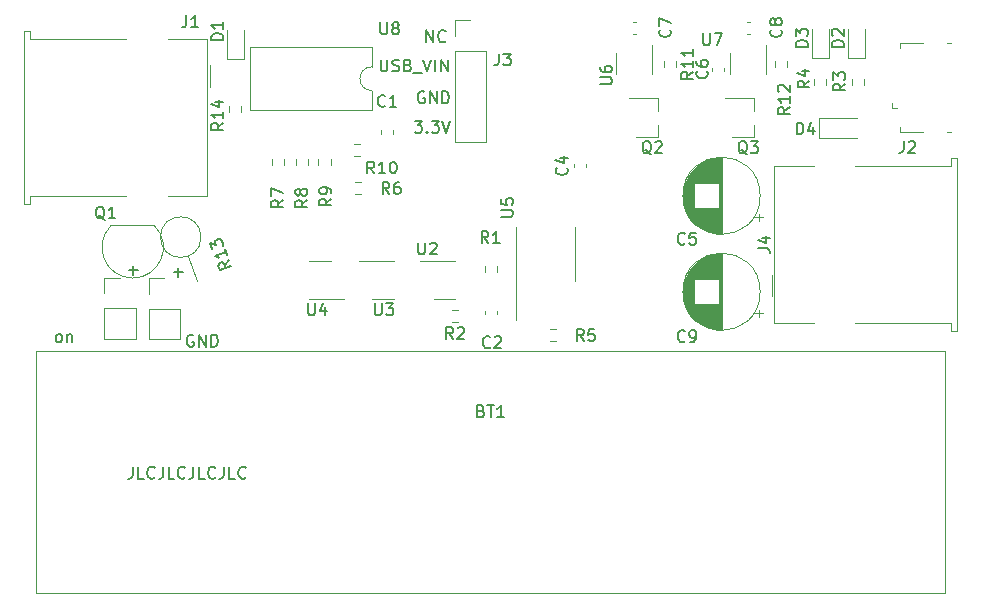
<source format=gbr>
%TF.GenerationSoftware,KiCad,Pcbnew,(5.99.0-12305-g62f7a09290)*%
%TF.CreationDate,2021-10-11T18:46:27-07:00*%
%TF.ProjectId,vive_ups,76697665-5f75-4707-932e-6b696361645f,rev?*%
%TF.SameCoordinates,Original*%
%TF.FileFunction,Legend,Top*%
%TF.FilePolarity,Positive*%
%FSLAX46Y46*%
G04 Gerber Fmt 4.6, Leading zero omitted, Abs format (unit mm)*
G04 Created by KiCad (PCBNEW (5.99.0-12305-g62f7a09290)) date 2021-10-11 18:46:27*
%MOMM*%
%LPD*%
G01*
G04 APERTURE LIST*
%ADD10C,0.150000*%
%ADD11C,0.120000*%
G04 APERTURE END LIST*
D10*
X77978095Y-121547000D02*
X77882857Y-121499380D01*
X77740000Y-121499380D01*
X77597142Y-121547000D01*
X77501904Y-121642238D01*
X77454285Y-121737476D01*
X77406666Y-121927952D01*
X77406666Y-122070809D01*
X77454285Y-122261285D01*
X77501904Y-122356523D01*
X77597142Y-122451761D01*
X77740000Y-122499380D01*
X77835238Y-122499380D01*
X77978095Y-122451761D01*
X78025714Y-122404142D01*
X78025714Y-122070809D01*
X77835238Y-122070809D01*
X78454285Y-122499380D02*
X78454285Y-121499380D01*
X79025714Y-122499380D01*
X79025714Y-121499380D01*
X79501904Y-122499380D02*
X79501904Y-121499380D01*
X79740000Y-121499380D01*
X79882857Y-121547000D01*
X79978095Y-121642238D01*
X80025714Y-121737476D01*
X80073333Y-121927952D01*
X80073333Y-122070809D01*
X80025714Y-122261285D01*
X79978095Y-122356523D01*
X79882857Y-122451761D01*
X79740000Y-122499380D01*
X79501904Y-122499380D01*
X97715485Y-96718380D02*
X97715485Y-95718380D01*
X98286914Y-96718380D01*
X98286914Y-95718380D01*
X99334533Y-96623142D02*
X99286914Y-96670761D01*
X99144057Y-96718380D01*
X99048819Y-96718380D01*
X98905961Y-96670761D01*
X98810723Y-96575523D01*
X98763104Y-96480285D01*
X98715485Y-96289809D01*
X98715485Y-96146952D01*
X98763104Y-95956476D01*
X98810723Y-95861238D01*
X98905961Y-95766000D01*
X99048819Y-95718380D01*
X99144057Y-95718380D01*
X99286914Y-95766000D01*
X99334533Y-95813619D01*
X93839066Y-98207580D02*
X93839066Y-99017104D01*
X93886685Y-99112342D01*
X93934304Y-99159961D01*
X94029542Y-99207580D01*
X94220019Y-99207580D01*
X94315257Y-99159961D01*
X94362876Y-99112342D01*
X94410495Y-99017104D01*
X94410495Y-98207580D01*
X94839066Y-99159961D02*
X94981923Y-99207580D01*
X95220019Y-99207580D01*
X95315257Y-99159961D01*
X95362876Y-99112342D01*
X95410495Y-99017104D01*
X95410495Y-98921866D01*
X95362876Y-98826628D01*
X95315257Y-98779009D01*
X95220019Y-98731390D01*
X95029542Y-98683771D01*
X94934304Y-98636152D01*
X94886685Y-98588533D01*
X94839066Y-98493295D01*
X94839066Y-98398057D01*
X94886685Y-98302819D01*
X94934304Y-98255200D01*
X95029542Y-98207580D01*
X95267638Y-98207580D01*
X95410495Y-98255200D01*
X96172400Y-98683771D02*
X96315257Y-98731390D01*
X96362876Y-98779009D01*
X96410495Y-98874247D01*
X96410495Y-99017104D01*
X96362876Y-99112342D01*
X96315257Y-99159961D01*
X96220019Y-99207580D01*
X95839066Y-99207580D01*
X95839066Y-98207580D01*
X96172400Y-98207580D01*
X96267638Y-98255200D01*
X96315257Y-98302819D01*
X96362876Y-98398057D01*
X96362876Y-98493295D01*
X96315257Y-98588533D01*
X96267638Y-98636152D01*
X96172400Y-98683771D01*
X95839066Y-98683771D01*
X96600971Y-99302819D02*
X97362876Y-99302819D01*
X97458114Y-98207580D02*
X97791447Y-99207580D01*
X98124780Y-98207580D01*
X98458114Y-99207580D02*
X98458114Y-98207580D01*
X98934304Y-99207580D02*
X98934304Y-98207580D01*
X99505733Y-99207580D01*
X99505733Y-98207580D01*
X97536095Y-100947600D02*
X97440857Y-100899980D01*
X97298000Y-100899980D01*
X97155142Y-100947600D01*
X97059904Y-101042838D01*
X97012285Y-101138076D01*
X96964666Y-101328552D01*
X96964666Y-101471409D01*
X97012285Y-101661885D01*
X97059904Y-101757123D01*
X97155142Y-101852361D01*
X97298000Y-101899980D01*
X97393238Y-101899980D01*
X97536095Y-101852361D01*
X97583714Y-101804742D01*
X97583714Y-101471409D01*
X97393238Y-101471409D01*
X98012285Y-101899980D02*
X98012285Y-100899980D01*
X98583714Y-101899980D01*
X98583714Y-100899980D01*
X99059904Y-101899980D02*
X99059904Y-100899980D01*
X99298000Y-100899980D01*
X99440857Y-100947600D01*
X99536095Y-101042838D01*
X99583714Y-101138076D01*
X99631333Y-101328552D01*
X99631333Y-101471409D01*
X99583714Y-101661885D01*
X99536095Y-101757123D01*
X99440857Y-101852361D01*
X99298000Y-101899980D01*
X99059904Y-101899980D01*
X96720209Y-103389180D02*
X97339257Y-103389180D01*
X97005923Y-103770133D01*
X97148780Y-103770133D01*
X97244019Y-103817752D01*
X97291638Y-103865371D01*
X97339257Y-103960609D01*
X97339257Y-104198704D01*
X97291638Y-104293942D01*
X97244019Y-104341561D01*
X97148780Y-104389180D01*
X96863066Y-104389180D01*
X96767828Y-104341561D01*
X96720209Y-104293942D01*
X97767828Y-104293942D02*
X97815447Y-104341561D01*
X97767828Y-104389180D01*
X97720209Y-104341561D01*
X97767828Y-104293942D01*
X97767828Y-104389180D01*
X98148780Y-103389180D02*
X98767828Y-103389180D01*
X98434495Y-103770133D01*
X98577352Y-103770133D01*
X98672590Y-103817752D01*
X98720209Y-103865371D01*
X98767828Y-103960609D01*
X98767828Y-104198704D01*
X98720209Y-104293942D01*
X98672590Y-104341561D01*
X98577352Y-104389180D01*
X98291638Y-104389180D01*
X98196400Y-104341561D01*
X98148780Y-104293942D01*
X99053542Y-103389180D02*
X99386876Y-104389180D01*
X99720209Y-103389180D01*
X72517047Y-116022428D02*
X73278952Y-116022428D01*
X72898000Y-116403380D02*
X72898000Y-115641476D01*
X76327047Y-116200228D02*
X77088952Y-116200228D01*
X76708000Y-116581180D02*
X76708000Y-115819276D01*
X66532190Y-122118380D02*
X66436952Y-122070761D01*
X66389333Y-122023142D01*
X66341714Y-121927904D01*
X66341714Y-121642190D01*
X66389333Y-121546952D01*
X66436952Y-121499333D01*
X66532190Y-121451714D01*
X66675047Y-121451714D01*
X66770285Y-121499333D01*
X66817904Y-121546952D01*
X66865523Y-121642190D01*
X66865523Y-121927904D01*
X66817904Y-122023142D01*
X66770285Y-122070761D01*
X66675047Y-122118380D01*
X66532190Y-122118380D01*
X67294095Y-121451714D02*
X67294095Y-122118380D01*
X67294095Y-121546952D02*
X67341714Y-121499333D01*
X67436952Y-121451714D01*
X67579809Y-121451714D01*
X67675047Y-121499333D01*
X67722666Y-121594571D01*
X67722666Y-122118380D01*
X72850952Y-132675380D02*
X72850952Y-133389666D01*
X72803333Y-133532523D01*
X72708095Y-133627761D01*
X72565238Y-133675380D01*
X72470000Y-133675380D01*
X73803333Y-133675380D02*
X73327142Y-133675380D01*
X73327142Y-132675380D01*
X74708095Y-133580142D02*
X74660476Y-133627761D01*
X74517619Y-133675380D01*
X74422380Y-133675380D01*
X74279523Y-133627761D01*
X74184285Y-133532523D01*
X74136666Y-133437285D01*
X74089047Y-133246809D01*
X74089047Y-133103952D01*
X74136666Y-132913476D01*
X74184285Y-132818238D01*
X74279523Y-132723000D01*
X74422380Y-132675380D01*
X74517619Y-132675380D01*
X74660476Y-132723000D01*
X74708095Y-132770619D01*
X75422380Y-132675380D02*
X75422380Y-133389666D01*
X75374761Y-133532523D01*
X75279523Y-133627761D01*
X75136666Y-133675380D01*
X75041428Y-133675380D01*
X76374761Y-133675380D02*
X75898571Y-133675380D01*
X75898571Y-132675380D01*
X77279523Y-133580142D02*
X77231904Y-133627761D01*
X77089047Y-133675380D01*
X76993809Y-133675380D01*
X76850952Y-133627761D01*
X76755714Y-133532523D01*
X76708095Y-133437285D01*
X76660476Y-133246809D01*
X76660476Y-133103952D01*
X76708095Y-132913476D01*
X76755714Y-132818238D01*
X76850952Y-132723000D01*
X76993809Y-132675380D01*
X77089047Y-132675380D01*
X77231904Y-132723000D01*
X77279523Y-132770619D01*
X77993809Y-132675380D02*
X77993809Y-133389666D01*
X77946190Y-133532523D01*
X77850952Y-133627761D01*
X77708095Y-133675380D01*
X77612857Y-133675380D01*
X78946190Y-133675380D02*
X78470000Y-133675380D01*
X78470000Y-132675380D01*
X79850952Y-133580142D02*
X79803333Y-133627761D01*
X79660476Y-133675380D01*
X79565238Y-133675380D01*
X79422380Y-133627761D01*
X79327142Y-133532523D01*
X79279523Y-133437285D01*
X79231904Y-133246809D01*
X79231904Y-133103952D01*
X79279523Y-132913476D01*
X79327142Y-132818238D01*
X79422380Y-132723000D01*
X79565238Y-132675380D01*
X79660476Y-132675380D01*
X79803333Y-132723000D01*
X79850952Y-132770619D01*
X80565238Y-132675380D02*
X80565238Y-133389666D01*
X80517619Y-133532523D01*
X80422380Y-133627761D01*
X80279523Y-133675380D01*
X80184285Y-133675380D01*
X81517619Y-133675380D02*
X81041428Y-133675380D01*
X81041428Y-132675380D01*
X82422380Y-133580142D02*
X82374761Y-133627761D01*
X82231904Y-133675380D01*
X82136666Y-133675380D01*
X81993809Y-133627761D01*
X81898571Y-133532523D01*
X81850952Y-133437285D01*
X81803333Y-133246809D01*
X81803333Y-133103952D01*
X81850952Y-132913476D01*
X81898571Y-132818238D01*
X81993809Y-132723000D01*
X82136666Y-132675380D01*
X82231904Y-132675380D01*
X82374761Y-132723000D01*
X82422380Y-132770619D01*
%TO.C,Q1*%
X70465961Y-111748819D02*
X70370723Y-111701200D01*
X70275485Y-111605961D01*
X70132628Y-111463104D01*
X70037390Y-111415485D01*
X69942152Y-111415485D01*
X69989771Y-111653580D02*
X69894533Y-111605961D01*
X69799295Y-111510723D01*
X69751676Y-111320247D01*
X69751676Y-110986914D01*
X69799295Y-110796438D01*
X69894533Y-110701200D01*
X69989771Y-110653580D01*
X70180247Y-110653580D01*
X70275485Y-110701200D01*
X70370723Y-110796438D01*
X70418342Y-110986914D01*
X70418342Y-111320247D01*
X70370723Y-111510723D01*
X70275485Y-111605961D01*
X70180247Y-111653580D01*
X69989771Y-111653580D01*
X71370723Y-111653580D02*
X70799295Y-111653580D01*
X71085009Y-111653580D02*
X71085009Y-110653580D01*
X70989771Y-110796438D01*
X70894533Y-110891676D01*
X70799295Y-110939295D01*
%TO.C,R13*%
X80980864Y-115139088D02*
X80647398Y-115615186D01*
X81176304Y-115676055D02*
X80236611Y-116018076D01*
X80106318Y-115660097D01*
X80118492Y-115554316D01*
X80146952Y-115493282D01*
X80220160Y-115415962D01*
X80354402Y-115367102D01*
X80460183Y-115379276D01*
X80521217Y-115407736D01*
X80598538Y-115480944D01*
X80728831Y-115838922D01*
X80655130Y-114244143D02*
X80850570Y-114781110D01*
X80752850Y-114512626D02*
X79813158Y-114854647D01*
X79979973Y-114895281D01*
X80102041Y-114952202D01*
X80179361Y-115025410D01*
X79601431Y-114272932D02*
X79389704Y-113691218D01*
X79861689Y-113874155D01*
X79812829Y-113739913D01*
X79825003Y-113634132D01*
X79853463Y-113573098D01*
X79926671Y-113495778D01*
X80150408Y-113414344D01*
X80256189Y-113426518D01*
X80317223Y-113454979D01*
X80394543Y-113528187D01*
X80492263Y-113796670D01*
X80480090Y-113902451D01*
X80451629Y-113963485D01*
%TO.C,C1*%
X94219733Y-102109542D02*
X94172114Y-102157161D01*
X94029257Y-102204780D01*
X93934019Y-102204780D01*
X93791161Y-102157161D01*
X93695923Y-102061923D01*
X93648304Y-101966685D01*
X93600685Y-101776209D01*
X93600685Y-101633352D01*
X93648304Y-101442876D01*
X93695923Y-101347638D01*
X93791161Y-101252400D01*
X93934019Y-101204780D01*
X94029257Y-101204780D01*
X94172114Y-101252400D01*
X94219733Y-101300019D01*
X95172114Y-102204780D02*
X94600685Y-102204780D01*
X94886400Y-102204780D02*
X94886400Y-101204780D01*
X94791161Y-101347638D01*
X94695923Y-101442876D01*
X94600685Y-101490495D01*
%TO.C,J3*%
X103857466Y-97699580D02*
X103857466Y-98413866D01*
X103809847Y-98556723D01*
X103714609Y-98651961D01*
X103571752Y-98699580D01*
X103476514Y-98699580D01*
X104238419Y-97699580D02*
X104857466Y-97699580D01*
X104524133Y-98080533D01*
X104666990Y-98080533D01*
X104762228Y-98128152D01*
X104809847Y-98175771D01*
X104857466Y-98271009D01*
X104857466Y-98509104D01*
X104809847Y-98604342D01*
X104762228Y-98651961D01*
X104666990Y-98699580D01*
X104381276Y-98699580D01*
X104286038Y-98651961D01*
X104238419Y-98604342D01*
%TO.C,R14*%
X80513180Y-103563657D02*
X80036990Y-103896990D01*
X80513180Y-104135085D02*
X79513180Y-104135085D01*
X79513180Y-103754133D01*
X79560800Y-103658895D01*
X79608419Y-103611276D01*
X79703657Y-103563657D01*
X79846514Y-103563657D01*
X79941752Y-103611276D01*
X79989371Y-103658895D01*
X80036990Y-103754133D01*
X80036990Y-104135085D01*
X80513180Y-102611276D02*
X80513180Y-103182704D01*
X80513180Y-102896990D02*
X79513180Y-102896990D01*
X79656038Y-102992228D01*
X79751276Y-103087466D01*
X79798895Y-103182704D01*
X79846514Y-101754133D02*
X80513180Y-101754133D01*
X79465561Y-101992228D02*
X80179847Y-102230323D01*
X80179847Y-101611276D01*
%TO.C,D4*%
X129055904Y-104541580D02*
X129055904Y-103541580D01*
X129294000Y-103541580D01*
X129436857Y-103589200D01*
X129532095Y-103684438D01*
X129579714Y-103779676D01*
X129627333Y-103970152D01*
X129627333Y-104113009D01*
X129579714Y-104303485D01*
X129532095Y-104398723D01*
X129436857Y-104493961D01*
X129294000Y-104541580D01*
X129055904Y-104541580D01*
X130484476Y-103874914D02*
X130484476Y-104541580D01*
X130246380Y-103493961D02*
X130008285Y-104208247D01*
X130627333Y-104208247D01*
%TO.C,D1*%
X80513180Y-96546895D02*
X79513180Y-96546895D01*
X79513180Y-96308800D01*
X79560800Y-96165942D01*
X79656038Y-96070704D01*
X79751276Y-96023085D01*
X79941752Y-95975466D01*
X80084609Y-95975466D01*
X80275085Y-96023085D01*
X80370323Y-96070704D01*
X80465561Y-96165942D01*
X80513180Y-96308800D01*
X80513180Y-96546895D01*
X80513180Y-95023085D02*
X80513180Y-95594514D01*
X80513180Y-95308800D02*
X79513180Y-95308800D01*
X79656038Y-95404038D01*
X79751276Y-95499276D01*
X79798895Y-95594514D01*
%TO.C,U5*%
X104035380Y-111505904D02*
X104844904Y-111505904D01*
X104940142Y-111458285D01*
X104987761Y-111410666D01*
X105035380Y-111315428D01*
X105035380Y-111124952D01*
X104987761Y-111029714D01*
X104940142Y-110982095D01*
X104844904Y-110934476D01*
X104035380Y-110934476D01*
X104035380Y-109982095D02*
X104035380Y-110458285D01*
X104511571Y-110505904D01*
X104463952Y-110458285D01*
X104416333Y-110363047D01*
X104416333Y-110124952D01*
X104463952Y-110029714D01*
X104511571Y-109982095D01*
X104606809Y-109934476D01*
X104844904Y-109934476D01*
X104940142Y-109982095D01*
X104987761Y-110029714D01*
X105035380Y-110124952D01*
X105035380Y-110363047D01*
X104987761Y-110458285D01*
X104940142Y-110505904D01*
%TO.C,C5*%
X119594333Y-113768142D02*
X119546714Y-113815761D01*
X119403857Y-113863380D01*
X119308619Y-113863380D01*
X119165761Y-113815761D01*
X119070523Y-113720523D01*
X119022904Y-113625285D01*
X118975285Y-113434809D01*
X118975285Y-113291952D01*
X119022904Y-113101476D01*
X119070523Y-113006238D01*
X119165761Y-112911000D01*
X119308619Y-112863380D01*
X119403857Y-112863380D01*
X119546714Y-112911000D01*
X119594333Y-112958619D01*
X120499095Y-112863380D02*
X120022904Y-112863380D01*
X119975285Y-113339571D01*
X120022904Y-113291952D01*
X120118142Y-113244333D01*
X120356238Y-113244333D01*
X120451476Y-113291952D01*
X120499095Y-113339571D01*
X120546714Y-113434809D01*
X120546714Y-113672904D01*
X120499095Y-113768142D01*
X120451476Y-113815761D01*
X120356238Y-113863380D01*
X120118142Y-113863380D01*
X120022904Y-113815761D01*
X119975285Y-113768142D01*
%TO.C,R10*%
X93286342Y-107843580D02*
X92953009Y-107367390D01*
X92714914Y-107843580D02*
X92714914Y-106843580D01*
X93095866Y-106843580D01*
X93191104Y-106891200D01*
X93238723Y-106938819D01*
X93286342Y-107034057D01*
X93286342Y-107176914D01*
X93238723Y-107272152D01*
X93191104Y-107319771D01*
X93095866Y-107367390D01*
X92714914Y-107367390D01*
X94238723Y-107843580D02*
X93667295Y-107843580D01*
X93953009Y-107843580D02*
X93953009Y-106843580D01*
X93857771Y-106986438D01*
X93762533Y-107081676D01*
X93667295Y-107129295D01*
X94857771Y-106843580D02*
X94953009Y-106843580D01*
X95048247Y-106891200D01*
X95095866Y-106938819D01*
X95143485Y-107034057D01*
X95191104Y-107224533D01*
X95191104Y-107462628D01*
X95143485Y-107653104D01*
X95095866Y-107748342D01*
X95048247Y-107795961D01*
X94953009Y-107843580D01*
X94857771Y-107843580D01*
X94762533Y-107795961D01*
X94714914Y-107748342D01*
X94667295Y-107653104D01*
X94619676Y-107462628D01*
X94619676Y-107224533D01*
X94667295Y-107034057D01*
X94714914Y-106938819D01*
X94762533Y-106891200D01*
X94857771Y-106843580D01*
%TO.C,J2*%
X138122066Y-105090980D02*
X138122066Y-105805266D01*
X138074447Y-105948123D01*
X137979209Y-106043361D01*
X137836352Y-106090980D01*
X137741114Y-106090980D01*
X138550638Y-105186219D02*
X138598257Y-105138600D01*
X138693495Y-105090980D01*
X138931590Y-105090980D01*
X139026828Y-105138600D01*
X139074447Y-105186219D01*
X139122066Y-105281457D01*
X139122066Y-105376695D01*
X139074447Y-105519552D01*
X138503019Y-106090980D01*
X139122066Y-106090980D01*
%TO.C,BT1*%
X102338285Y-127944571D02*
X102481142Y-127992190D01*
X102528761Y-128039809D01*
X102576380Y-128135047D01*
X102576380Y-128277904D01*
X102528761Y-128373142D01*
X102481142Y-128420761D01*
X102385904Y-128468380D01*
X102004952Y-128468380D01*
X102004952Y-127468380D01*
X102338285Y-127468380D01*
X102433523Y-127516000D01*
X102481142Y-127563619D01*
X102528761Y-127658857D01*
X102528761Y-127754095D01*
X102481142Y-127849333D01*
X102433523Y-127896952D01*
X102338285Y-127944571D01*
X102004952Y-127944571D01*
X102862095Y-127468380D02*
X103433523Y-127468380D01*
X103147809Y-128468380D02*
X103147809Y-127468380D01*
X104290666Y-128468380D02*
X103719238Y-128468380D01*
X104004952Y-128468380D02*
X104004952Y-127468380D01*
X103909714Y-127611238D01*
X103814476Y-127706476D01*
X103719238Y-127754095D01*
%TO.C,C9*%
X119594333Y-122023142D02*
X119546714Y-122070761D01*
X119403857Y-122118380D01*
X119308619Y-122118380D01*
X119165761Y-122070761D01*
X119070523Y-121975523D01*
X119022904Y-121880285D01*
X118975285Y-121689809D01*
X118975285Y-121546952D01*
X119022904Y-121356476D01*
X119070523Y-121261238D01*
X119165761Y-121166000D01*
X119308619Y-121118380D01*
X119403857Y-121118380D01*
X119546714Y-121166000D01*
X119594333Y-121213619D01*
X120070523Y-122118380D02*
X120261000Y-122118380D01*
X120356238Y-122070761D01*
X120403857Y-122023142D01*
X120499095Y-121880285D01*
X120546714Y-121689809D01*
X120546714Y-121308857D01*
X120499095Y-121213619D01*
X120451476Y-121166000D01*
X120356238Y-121118380D01*
X120165761Y-121118380D01*
X120070523Y-121166000D01*
X120022904Y-121213619D01*
X119975285Y-121308857D01*
X119975285Y-121546952D01*
X120022904Y-121642190D01*
X120070523Y-121689809D01*
X120165761Y-121737428D01*
X120356238Y-121737428D01*
X120451476Y-121689809D01*
X120499095Y-121642190D01*
X120546714Y-121546952D01*
%TO.C,U2*%
X97028095Y-113701580D02*
X97028095Y-114511104D01*
X97075714Y-114606342D01*
X97123333Y-114653961D01*
X97218571Y-114701580D01*
X97409047Y-114701580D01*
X97504285Y-114653961D01*
X97551904Y-114606342D01*
X97599523Y-114511104D01*
X97599523Y-113701580D01*
X98028095Y-113796819D02*
X98075714Y-113749200D01*
X98170952Y-113701580D01*
X98409047Y-113701580D01*
X98504285Y-113749200D01*
X98551904Y-113796819D01*
X98599523Y-113892057D01*
X98599523Y-113987295D01*
X98551904Y-114130152D01*
X97980476Y-114701580D01*
X98599523Y-114701580D01*
%TO.C,R5*%
X111034533Y-122016780D02*
X110701200Y-121540590D01*
X110463104Y-122016780D02*
X110463104Y-121016780D01*
X110844057Y-121016780D01*
X110939295Y-121064400D01*
X110986914Y-121112019D01*
X111034533Y-121207257D01*
X111034533Y-121350114D01*
X110986914Y-121445352D01*
X110939295Y-121492971D01*
X110844057Y-121540590D01*
X110463104Y-121540590D01*
X111939295Y-121016780D02*
X111463104Y-121016780D01*
X111415485Y-121492971D01*
X111463104Y-121445352D01*
X111558342Y-121397733D01*
X111796438Y-121397733D01*
X111891676Y-121445352D01*
X111939295Y-121492971D01*
X111986914Y-121588209D01*
X111986914Y-121826304D01*
X111939295Y-121921542D01*
X111891676Y-121969161D01*
X111796438Y-122016780D01*
X111558342Y-122016780D01*
X111463104Y-121969161D01*
X111415485Y-121921542D01*
%TO.C,R4*%
X130144780Y-99988666D02*
X129668590Y-100322000D01*
X130144780Y-100560095D02*
X129144780Y-100560095D01*
X129144780Y-100179142D01*
X129192400Y-100083904D01*
X129240019Y-100036285D01*
X129335257Y-99988666D01*
X129478114Y-99988666D01*
X129573352Y-100036285D01*
X129620971Y-100083904D01*
X129668590Y-100179142D01*
X129668590Y-100560095D01*
X129478114Y-99131523D02*
X130144780Y-99131523D01*
X129097161Y-99369619D02*
X129811447Y-99607714D01*
X129811447Y-98988666D01*
%TO.C,R3*%
X133167380Y-100242666D02*
X132691190Y-100576000D01*
X133167380Y-100814095D02*
X132167380Y-100814095D01*
X132167380Y-100433142D01*
X132215000Y-100337904D01*
X132262619Y-100290285D01*
X132357857Y-100242666D01*
X132500714Y-100242666D01*
X132595952Y-100290285D01*
X132643571Y-100337904D01*
X132691190Y-100433142D01*
X132691190Y-100814095D01*
X132167380Y-99909333D02*
X132167380Y-99290285D01*
X132548333Y-99623619D01*
X132548333Y-99480761D01*
X132595952Y-99385523D01*
X132643571Y-99337904D01*
X132738809Y-99290285D01*
X132976904Y-99290285D01*
X133072142Y-99337904D01*
X133119761Y-99385523D01*
X133167380Y-99480761D01*
X133167380Y-99766476D01*
X133119761Y-99861714D01*
X133072142Y-99909333D01*
%TO.C,D3*%
X129992380Y-97117095D02*
X128992380Y-97117095D01*
X128992380Y-96879000D01*
X129040000Y-96736142D01*
X129135238Y-96640904D01*
X129230476Y-96593285D01*
X129420952Y-96545666D01*
X129563809Y-96545666D01*
X129754285Y-96593285D01*
X129849523Y-96640904D01*
X129944761Y-96736142D01*
X129992380Y-96879000D01*
X129992380Y-97117095D01*
X128992380Y-96212333D02*
X128992380Y-95593285D01*
X129373333Y-95926619D01*
X129373333Y-95783761D01*
X129420952Y-95688523D01*
X129468571Y-95640904D01*
X129563809Y-95593285D01*
X129801904Y-95593285D01*
X129897142Y-95640904D01*
X129944761Y-95688523D01*
X129992380Y-95783761D01*
X129992380Y-96069476D01*
X129944761Y-96164714D01*
X129897142Y-96212333D01*
%TO.C,D2*%
X133040380Y-97117095D02*
X132040380Y-97117095D01*
X132040380Y-96879000D01*
X132088000Y-96736142D01*
X132183238Y-96640904D01*
X132278476Y-96593285D01*
X132468952Y-96545666D01*
X132611809Y-96545666D01*
X132802285Y-96593285D01*
X132897523Y-96640904D01*
X132992761Y-96736142D01*
X133040380Y-96879000D01*
X133040380Y-97117095D01*
X132135619Y-96164714D02*
X132088000Y-96117095D01*
X132040380Y-96021857D01*
X132040380Y-95783761D01*
X132088000Y-95688523D01*
X132135619Y-95640904D01*
X132230857Y-95593285D01*
X132326095Y-95593285D01*
X132468952Y-95640904D01*
X133040380Y-96212333D01*
X133040380Y-95593285D01*
%TO.C,C4*%
X109577142Y-107354666D02*
X109624761Y-107402285D01*
X109672380Y-107545142D01*
X109672380Y-107640380D01*
X109624761Y-107783238D01*
X109529523Y-107878476D01*
X109434285Y-107926095D01*
X109243809Y-107973714D01*
X109100952Y-107973714D01*
X108910476Y-107926095D01*
X108815238Y-107878476D01*
X108720000Y-107783238D01*
X108672380Y-107640380D01*
X108672380Y-107545142D01*
X108720000Y-107402285D01*
X108767619Y-107354666D01*
X109005714Y-106497523D02*
X109672380Y-106497523D01*
X108624761Y-106735619D02*
X109339047Y-106973714D01*
X109339047Y-106354666D01*
%TO.C,U3*%
X93345095Y-118832380D02*
X93345095Y-119641904D01*
X93392714Y-119737142D01*
X93440333Y-119784761D01*
X93535571Y-119832380D01*
X93726047Y-119832380D01*
X93821285Y-119784761D01*
X93868904Y-119737142D01*
X93916523Y-119641904D01*
X93916523Y-118832380D01*
X94297476Y-118832380D02*
X94916523Y-118832380D01*
X94583190Y-119213333D01*
X94726047Y-119213333D01*
X94821285Y-119260952D01*
X94868904Y-119308571D01*
X94916523Y-119403809D01*
X94916523Y-119641904D01*
X94868904Y-119737142D01*
X94821285Y-119784761D01*
X94726047Y-119832380D01*
X94440333Y-119832380D01*
X94345095Y-119784761D01*
X94297476Y-119737142D01*
%TO.C,J4*%
X125802380Y-114181333D02*
X126516666Y-114181333D01*
X126659523Y-114228952D01*
X126754761Y-114324190D01*
X126802380Y-114467047D01*
X126802380Y-114562285D01*
X126135714Y-113276571D02*
X126802380Y-113276571D01*
X125754761Y-113514666D02*
X126469047Y-113752761D01*
X126469047Y-113133714D01*
%TO.C,J1*%
X77390666Y-94448380D02*
X77390666Y-95162666D01*
X77343047Y-95305523D01*
X77247809Y-95400761D01*
X77104952Y-95448380D01*
X77009714Y-95448380D01*
X78390666Y-95448380D02*
X77819238Y-95448380D01*
X78104952Y-95448380D02*
X78104952Y-94448380D01*
X78009714Y-94591238D01*
X77914476Y-94686476D01*
X77819238Y-94734095D01*
%TO.C,U8*%
X93827695Y-95057980D02*
X93827695Y-95867504D01*
X93875314Y-95962742D01*
X93922933Y-96010361D01*
X94018171Y-96057980D01*
X94208647Y-96057980D01*
X94303885Y-96010361D01*
X94351504Y-95962742D01*
X94399123Y-95867504D01*
X94399123Y-95057980D01*
X95018171Y-95486552D02*
X94922933Y-95438933D01*
X94875314Y-95391314D01*
X94827695Y-95296076D01*
X94827695Y-95248457D01*
X94875314Y-95153219D01*
X94922933Y-95105600D01*
X95018171Y-95057980D01*
X95208647Y-95057980D01*
X95303885Y-95105600D01*
X95351504Y-95153219D01*
X95399123Y-95248457D01*
X95399123Y-95296076D01*
X95351504Y-95391314D01*
X95303885Y-95438933D01*
X95208647Y-95486552D01*
X95018171Y-95486552D01*
X94922933Y-95534171D01*
X94875314Y-95581790D01*
X94827695Y-95677028D01*
X94827695Y-95867504D01*
X94875314Y-95962742D01*
X94922933Y-96010361D01*
X95018171Y-96057980D01*
X95208647Y-96057980D01*
X95303885Y-96010361D01*
X95351504Y-95962742D01*
X95399123Y-95867504D01*
X95399123Y-95677028D01*
X95351504Y-95581790D01*
X95303885Y-95534171D01*
X95208647Y-95486552D01*
%TO.C,U7*%
X121158095Y-95972380D02*
X121158095Y-96781904D01*
X121205714Y-96877142D01*
X121253333Y-96924761D01*
X121348571Y-96972380D01*
X121539047Y-96972380D01*
X121634285Y-96924761D01*
X121681904Y-96877142D01*
X121729523Y-96781904D01*
X121729523Y-95972380D01*
X122110476Y-95972380D02*
X122777142Y-95972380D01*
X122348571Y-96972380D01*
%TO.C,U6*%
X112431580Y-100279104D02*
X113241104Y-100279104D01*
X113336342Y-100231485D01*
X113383961Y-100183866D01*
X113431580Y-100088628D01*
X113431580Y-99898152D01*
X113383961Y-99802914D01*
X113336342Y-99755295D01*
X113241104Y-99707676D01*
X112431580Y-99707676D01*
X112431580Y-98802914D02*
X112431580Y-98993390D01*
X112479200Y-99088628D01*
X112526819Y-99136247D01*
X112669676Y-99231485D01*
X112860152Y-99279104D01*
X113241104Y-99279104D01*
X113336342Y-99231485D01*
X113383961Y-99183866D01*
X113431580Y-99088628D01*
X113431580Y-98898152D01*
X113383961Y-98802914D01*
X113336342Y-98755295D01*
X113241104Y-98707676D01*
X113003009Y-98707676D01*
X112907771Y-98755295D01*
X112860152Y-98802914D01*
X112812533Y-98898152D01*
X112812533Y-99088628D01*
X112860152Y-99183866D01*
X112907771Y-99231485D01*
X113003009Y-99279104D01*
%TO.C,U4*%
X87693595Y-118832380D02*
X87693595Y-119641904D01*
X87741214Y-119737142D01*
X87788833Y-119784761D01*
X87884071Y-119832380D01*
X88074547Y-119832380D01*
X88169785Y-119784761D01*
X88217404Y-119737142D01*
X88265023Y-119641904D01*
X88265023Y-118832380D01*
X89169785Y-119165714D02*
X89169785Y-119832380D01*
X88931690Y-118784761D02*
X88693595Y-119499047D01*
X89312642Y-119499047D01*
%TO.C,R12*%
X128468380Y-102242857D02*
X127992190Y-102576190D01*
X128468380Y-102814285D02*
X127468380Y-102814285D01*
X127468380Y-102433333D01*
X127516000Y-102338095D01*
X127563619Y-102290476D01*
X127658857Y-102242857D01*
X127801714Y-102242857D01*
X127896952Y-102290476D01*
X127944571Y-102338095D01*
X127992190Y-102433333D01*
X127992190Y-102814285D01*
X128468380Y-101290476D02*
X128468380Y-101861904D01*
X128468380Y-101576190D02*
X127468380Y-101576190D01*
X127611238Y-101671428D01*
X127706476Y-101766666D01*
X127754095Y-101861904D01*
X127563619Y-100909523D02*
X127516000Y-100861904D01*
X127468380Y-100766666D01*
X127468380Y-100528571D01*
X127516000Y-100433333D01*
X127563619Y-100385714D01*
X127658857Y-100338095D01*
X127754095Y-100338095D01*
X127896952Y-100385714D01*
X128468380Y-100957142D01*
X128468380Y-100338095D01*
%TO.C,R11*%
X120289580Y-99245657D02*
X119813390Y-99578990D01*
X120289580Y-99817085D02*
X119289580Y-99817085D01*
X119289580Y-99436133D01*
X119337200Y-99340895D01*
X119384819Y-99293276D01*
X119480057Y-99245657D01*
X119622914Y-99245657D01*
X119718152Y-99293276D01*
X119765771Y-99340895D01*
X119813390Y-99436133D01*
X119813390Y-99817085D01*
X120289580Y-98293276D02*
X120289580Y-98864704D01*
X120289580Y-98578990D02*
X119289580Y-98578990D01*
X119432438Y-98674228D01*
X119527676Y-98769466D01*
X119575295Y-98864704D01*
X120289580Y-97340895D02*
X120289580Y-97912323D01*
X120289580Y-97626609D02*
X119289580Y-97626609D01*
X119432438Y-97721847D01*
X119527676Y-97817085D01*
X119575295Y-97912323D01*
%TO.C,R9*%
X89657180Y-109970866D02*
X89180990Y-110304200D01*
X89657180Y-110542295D02*
X88657180Y-110542295D01*
X88657180Y-110161342D01*
X88704800Y-110066104D01*
X88752419Y-110018485D01*
X88847657Y-109970866D01*
X88990514Y-109970866D01*
X89085752Y-110018485D01*
X89133371Y-110066104D01*
X89180990Y-110161342D01*
X89180990Y-110542295D01*
X89657180Y-109494676D02*
X89657180Y-109304200D01*
X89609561Y-109208961D01*
X89561942Y-109161342D01*
X89419085Y-109066104D01*
X89228609Y-109018485D01*
X88847657Y-109018485D01*
X88752419Y-109066104D01*
X88704800Y-109113723D01*
X88657180Y-109208961D01*
X88657180Y-109399438D01*
X88704800Y-109494676D01*
X88752419Y-109542295D01*
X88847657Y-109589914D01*
X89085752Y-109589914D01*
X89180990Y-109542295D01*
X89228609Y-109494676D01*
X89276228Y-109399438D01*
X89276228Y-109208961D01*
X89228609Y-109113723D01*
X89180990Y-109066104D01*
X89085752Y-109018485D01*
%TO.C,R8*%
X87625180Y-110097866D02*
X87148990Y-110431200D01*
X87625180Y-110669295D02*
X86625180Y-110669295D01*
X86625180Y-110288342D01*
X86672800Y-110193104D01*
X86720419Y-110145485D01*
X86815657Y-110097866D01*
X86958514Y-110097866D01*
X87053752Y-110145485D01*
X87101371Y-110193104D01*
X87148990Y-110288342D01*
X87148990Y-110669295D01*
X87053752Y-109526438D02*
X87006133Y-109621676D01*
X86958514Y-109669295D01*
X86863276Y-109716914D01*
X86815657Y-109716914D01*
X86720419Y-109669295D01*
X86672800Y-109621676D01*
X86625180Y-109526438D01*
X86625180Y-109335961D01*
X86672800Y-109240723D01*
X86720419Y-109193104D01*
X86815657Y-109145485D01*
X86863276Y-109145485D01*
X86958514Y-109193104D01*
X87006133Y-109240723D01*
X87053752Y-109335961D01*
X87053752Y-109526438D01*
X87101371Y-109621676D01*
X87148990Y-109669295D01*
X87244228Y-109716914D01*
X87434704Y-109716914D01*
X87529942Y-109669295D01*
X87577561Y-109621676D01*
X87625180Y-109526438D01*
X87625180Y-109335961D01*
X87577561Y-109240723D01*
X87529942Y-109193104D01*
X87434704Y-109145485D01*
X87244228Y-109145485D01*
X87148990Y-109193104D01*
X87101371Y-109240723D01*
X87053752Y-109335961D01*
%TO.C,R7*%
X85593180Y-110097866D02*
X85116990Y-110431200D01*
X85593180Y-110669295D02*
X84593180Y-110669295D01*
X84593180Y-110288342D01*
X84640800Y-110193104D01*
X84688419Y-110145485D01*
X84783657Y-110097866D01*
X84926514Y-110097866D01*
X85021752Y-110145485D01*
X85069371Y-110193104D01*
X85116990Y-110288342D01*
X85116990Y-110669295D01*
X84593180Y-109764533D02*
X84593180Y-109097866D01*
X85593180Y-109526438D01*
%TO.C,R6*%
X94575333Y-109570780D02*
X94242000Y-109094590D01*
X94003904Y-109570780D02*
X94003904Y-108570780D01*
X94384857Y-108570780D01*
X94480095Y-108618400D01*
X94527714Y-108666019D01*
X94575333Y-108761257D01*
X94575333Y-108904114D01*
X94527714Y-108999352D01*
X94480095Y-109046971D01*
X94384857Y-109094590D01*
X94003904Y-109094590D01*
X95432476Y-108570780D02*
X95242000Y-108570780D01*
X95146761Y-108618400D01*
X95099142Y-108666019D01*
X95003904Y-108808876D01*
X94956285Y-108999352D01*
X94956285Y-109380304D01*
X95003904Y-109475542D01*
X95051523Y-109523161D01*
X95146761Y-109570780D01*
X95337238Y-109570780D01*
X95432476Y-109523161D01*
X95480095Y-109475542D01*
X95527714Y-109380304D01*
X95527714Y-109142209D01*
X95480095Y-109046971D01*
X95432476Y-108999352D01*
X95337238Y-108951733D01*
X95146761Y-108951733D01*
X95051523Y-108999352D01*
X95003904Y-109046971D01*
X94956285Y-109142209D01*
%TO.C,R2*%
X99972833Y-121864380D02*
X99639500Y-121388190D01*
X99401404Y-121864380D02*
X99401404Y-120864380D01*
X99782357Y-120864380D01*
X99877595Y-120912000D01*
X99925214Y-120959619D01*
X99972833Y-121054857D01*
X99972833Y-121197714D01*
X99925214Y-121292952D01*
X99877595Y-121340571D01*
X99782357Y-121388190D01*
X99401404Y-121388190D01*
X100353785Y-120959619D02*
X100401404Y-120912000D01*
X100496642Y-120864380D01*
X100734738Y-120864380D01*
X100829976Y-120912000D01*
X100877595Y-120959619D01*
X100925214Y-121054857D01*
X100925214Y-121150095D01*
X100877595Y-121292952D01*
X100306166Y-121864380D01*
X100925214Y-121864380D01*
%TO.C,R1*%
X102957333Y-113736380D02*
X102624000Y-113260190D01*
X102385904Y-113736380D02*
X102385904Y-112736380D01*
X102766857Y-112736380D01*
X102862095Y-112784000D01*
X102909714Y-112831619D01*
X102957333Y-112926857D01*
X102957333Y-113069714D01*
X102909714Y-113164952D01*
X102862095Y-113212571D01*
X102766857Y-113260190D01*
X102385904Y-113260190D01*
X103909714Y-113736380D02*
X103338285Y-113736380D01*
X103624000Y-113736380D02*
X103624000Y-112736380D01*
X103528761Y-112879238D01*
X103433523Y-112974476D01*
X103338285Y-113022095D01*
%TO.C,Q3*%
X124872761Y-106211619D02*
X124777523Y-106164000D01*
X124682285Y-106068761D01*
X124539428Y-105925904D01*
X124444190Y-105878285D01*
X124348952Y-105878285D01*
X124396571Y-106116380D02*
X124301333Y-106068761D01*
X124206095Y-105973523D01*
X124158476Y-105783047D01*
X124158476Y-105449714D01*
X124206095Y-105259238D01*
X124301333Y-105164000D01*
X124396571Y-105116380D01*
X124587047Y-105116380D01*
X124682285Y-105164000D01*
X124777523Y-105259238D01*
X124825142Y-105449714D01*
X124825142Y-105783047D01*
X124777523Y-105973523D01*
X124682285Y-106068761D01*
X124587047Y-106116380D01*
X124396571Y-106116380D01*
X125158476Y-105116380D02*
X125777523Y-105116380D01*
X125444190Y-105497333D01*
X125587047Y-105497333D01*
X125682285Y-105544952D01*
X125729904Y-105592571D01*
X125777523Y-105687809D01*
X125777523Y-105925904D01*
X125729904Y-106021142D01*
X125682285Y-106068761D01*
X125587047Y-106116380D01*
X125301333Y-106116380D01*
X125206095Y-106068761D01*
X125158476Y-106021142D01*
%TO.C,Q2*%
X116744761Y-106211619D02*
X116649523Y-106164000D01*
X116554285Y-106068761D01*
X116411428Y-105925904D01*
X116316190Y-105878285D01*
X116220952Y-105878285D01*
X116268571Y-106116380D02*
X116173333Y-106068761D01*
X116078095Y-105973523D01*
X116030476Y-105783047D01*
X116030476Y-105449714D01*
X116078095Y-105259238D01*
X116173333Y-105164000D01*
X116268571Y-105116380D01*
X116459047Y-105116380D01*
X116554285Y-105164000D01*
X116649523Y-105259238D01*
X116697142Y-105449714D01*
X116697142Y-105783047D01*
X116649523Y-105973523D01*
X116554285Y-106068761D01*
X116459047Y-106116380D01*
X116268571Y-106116380D01*
X117078095Y-105211619D02*
X117125714Y-105164000D01*
X117220952Y-105116380D01*
X117459047Y-105116380D01*
X117554285Y-105164000D01*
X117601904Y-105211619D01*
X117649523Y-105306857D01*
X117649523Y-105402095D01*
X117601904Y-105544952D01*
X117030476Y-106116380D01*
X117649523Y-106116380D01*
%TO.C,C8*%
X127712742Y-95670666D02*
X127760361Y-95718285D01*
X127807980Y-95861142D01*
X127807980Y-95956380D01*
X127760361Y-96099238D01*
X127665123Y-96194476D01*
X127569885Y-96242095D01*
X127379409Y-96289714D01*
X127236552Y-96289714D01*
X127046076Y-96242095D01*
X126950838Y-96194476D01*
X126855600Y-96099238D01*
X126807980Y-95956380D01*
X126807980Y-95861142D01*
X126855600Y-95718285D01*
X126903219Y-95670666D01*
X127236552Y-95099238D02*
X127188933Y-95194476D01*
X127141314Y-95242095D01*
X127046076Y-95289714D01*
X126998457Y-95289714D01*
X126903219Y-95242095D01*
X126855600Y-95194476D01*
X126807980Y-95099238D01*
X126807980Y-94908761D01*
X126855600Y-94813523D01*
X126903219Y-94765904D01*
X126998457Y-94718285D01*
X127046076Y-94718285D01*
X127141314Y-94765904D01*
X127188933Y-94813523D01*
X127236552Y-94908761D01*
X127236552Y-95099238D01*
X127284171Y-95194476D01*
X127331790Y-95242095D01*
X127427028Y-95289714D01*
X127617504Y-95289714D01*
X127712742Y-95242095D01*
X127760361Y-95194476D01*
X127807980Y-95099238D01*
X127807980Y-94908761D01*
X127760361Y-94813523D01*
X127712742Y-94765904D01*
X127617504Y-94718285D01*
X127427028Y-94718285D01*
X127331790Y-94765904D01*
X127284171Y-94813523D01*
X127236552Y-94908761D01*
%TO.C,C7*%
X118314742Y-95670666D02*
X118362361Y-95718285D01*
X118409980Y-95861142D01*
X118409980Y-95956380D01*
X118362361Y-96099238D01*
X118267123Y-96194476D01*
X118171885Y-96242095D01*
X117981409Y-96289714D01*
X117838552Y-96289714D01*
X117648076Y-96242095D01*
X117552838Y-96194476D01*
X117457600Y-96099238D01*
X117409980Y-95956380D01*
X117409980Y-95861142D01*
X117457600Y-95718285D01*
X117505219Y-95670666D01*
X117409980Y-95337333D02*
X117409980Y-94670666D01*
X118409980Y-95099238D01*
%TO.C,C6*%
X121464342Y-99175866D02*
X121511961Y-99223485D01*
X121559580Y-99366342D01*
X121559580Y-99461580D01*
X121511961Y-99604438D01*
X121416723Y-99699676D01*
X121321485Y-99747295D01*
X121131009Y-99794914D01*
X120988152Y-99794914D01*
X120797676Y-99747295D01*
X120702438Y-99699676D01*
X120607200Y-99604438D01*
X120559580Y-99461580D01*
X120559580Y-99366342D01*
X120607200Y-99223485D01*
X120654819Y-99175866D01*
X120559580Y-98318723D02*
X120559580Y-98509200D01*
X120607200Y-98604438D01*
X120654819Y-98652057D01*
X120797676Y-98747295D01*
X120988152Y-98794914D01*
X121369104Y-98794914D01*
X121464342Y-98747295D01*
X121511961Y-98699676D01*
X121559580Y-98604438D01*
X121559580Y-98413961D01*
X121511961Y-98318723D01*
X121464342Y-98271104D01*
X121369104Y-98223485D01*
X121131009Y-98223485D01*
X121035771Y-98271104D01*
X120988152Y-98318723D01*
X120940533Y-98413961D01*
X120940533Y-98604438D01*
X120988152Y-98699676D01*
X121035771Y-98747295D01*
X121131009Y-98794914D01*
%TO.C,C2*%
X103109733Y-122531142D02*
X103062114Y-122578761D01*
X102919257Y-122626380D01*
X102824019Y-122626380D01*
X102681161Y-122578761D01*
X102585923Y-122483523D01*
X102538304Y-122388285D01*
X102490685Y-122197809D01*
X102490685Y-122054952D01*
X102538304Y-121864476D01*
X102585923Y-121769238D01*
X102681161Y-121674000D01*
X102824019Y-121626380D01*
X102919257Y-121626380D01*
X103062114Y-121674000D01*
X103109733Y-121721619D01*
X103490685Y-121721619D02*
X103538304Y-121674000D01*
X103633542Y-121626380D01*
X103871638Y-121626380D01*
X103966876Y-121674000D01*
X104014495Y-121721619D01*
X104062114Y-121816857D01*
X104062114Y-121912095D01*
X104014495Y-122054952D01*
X103443066Y-122626380D01*
X104062114Y-122626380D01*
D11*
%TO.C,BZ1*%
X70425000Y-121853000D02*
X73085000Y-121853000D01*
X70425000Y-119253000D02*
X70425000Y-121853000D01*
X73085000Y-119253000D02*
X73085000Y-121853000D01*
X70425000Y-119253000D02*
X73085000Y-119253000D01*
X70425000Y-117983000D02*
X70425000Y-116653000D01*
X70425000Y-116653000D02*
X71755000Y-116653000D01*
%TO.C,Q1*%
X74685678Y-112258322D02*
G75*
G02*
X72847200Y-116696800I-1838478J-1838478D01*
G01*
X71008722Y-112258322D02*
G75*
G03*
X72847200Y-116696800I1838478J-1838478D01*
G01*
X74647200Y-112246800D02*
X71047200Y-112246800D01*
%TO.C,R13*%
X78631200Y-113233200D02*
G75*
G03*
X78631200Y-113233200I-1720000J0D01*
G01*
X77499475Y-114849471D02*
X78272440Y-116973177D01*
%TO.C,C1*%
X93876400Y-104489467D02*
X93876400Y-104196933D01*
X94896400Y-104489467D02*
X94896400Y-104196933D01*
%TO.C,J3*%
X100117600Y-105165200D02*
X102777600Y-105165200D01*
X100117600Y-97485200D02*
X100117600Y-105165200D01*
X102777600Y-97485200D02*
X102777600Y-105165200D01*
X100117600Y-97485200D02*
X102777600Y-97485200D01*
X100117600Y-96215200D02*
X100117600Y-94885200D01*
X100117600Y-94885200D02*
X101447600Y-94885200D01*
%TO.C,R14*%
X82056500Y-102107276D02*
X82056500Y-102616724D01*
X81011500Y-102107276D02*
X81011500Y-102616724D01*
%TO.C,D4*%
X130992800Y-103137600D02*
X130992800Y-104837600D01*
X130992800Y-104837600D02*
X134142800Y-104837600D01*
X130992800Y-103137600D02*
X134142800Y-103137600D01*
%TO.C,D1*%
X80799000Y-95720000D02*
X80799000Y-98180000D01*
X80799000Y-98180000D02*
X82269000Y-98180000D01*
X82269000Y-98180000D02*
X82269000Y-95720000D01*
%TO.C,U5*%
X110338000Y-114681000D02*
X110338000Y-112396000D01*
X110338000Y-114681000D02*
X110338000Y-116966000D01*
X105308000Y-114681000D02*
X105308000Y-112396000D01*
X105308000Y-114681000D02*
X105308000Y-120256000D01*
%TO.C,C5*%
X125972000Y-109728000D02*
G75*
G03*
X125972000Y-109728000I-3270000J0D01*
G01*
X122702000Y-112958000D02*
X122702000Y-106498000D01*
X122662000Y-112958000D02*
X122662000Y-106498000D01*
X122622000Y-112958000D02*
X122622000Y-106498000D01*
X122582000Y-112956000D02*
X122582000Y-106500000D01*
X122542000Y-112955000D02*
X122542000Y-106501000D01*
X122502000Y-112952000D02*
X122502000Y-106504000D01*
X122462000Y-112950000D02*
X122462000Y-110768000D01*
X122462000Y-108688000D02*
X122462000Y-106506000D01*
X122422000Y-112946000D02*
X122422000Y-110768000D01*
X122422000Y-108688000D02*
X122422000Y-106510000D01*
X122382000Y-112943000D02*
X122382000Y-110768000D01*
X122382000Y-108688000D02*
X122382000Y-106513000D01*
X122342000Y-112939000D02*
X122342000Y-110768000D01*
X122342000Y-108688000D02*
X122342000Y-106517000D01*
X122302000Y-112934000D02*
X122302000Y-110768000D01*
X122302000Y-108688000D02*
X122302000Y-106522000D01*
X122262000Y-112929000D02*
X122262000Y-110768000D01*
X122262000Y-108688000D02*
X122262000Y-106527000D01*
X122222000Y-112923000D02*
X122222000Y-110768000D01*
X122222000Y-108688000D02*
X122222000Y-106533000D01*
X122182000Y-112917000D02*
X122182000Y-110768000D01*
X122182000Y-108688000D02*
X122182000Y-106539000D01*
X122142000Y-112910000D02*
X122142000Y-110768000D01*
X122142000Y-108688000D02*
X122142000Y-106546000D01*
X122102000Y-112903000D02*
X122102000Y-110768000D01*
X122102000Y-108688000D02*
X122102000Y-106553000D01*
X122062000Y-112895000D02*
X122062000Y-110768000D01*
X122062000Y-108688000D02*
X122062000Y-106561000D01*
X122022000Y-112887000D02*
X122022000Y-110768000D01*
X122022000Y-108688000D02*
X122022000Y-106569000D01*
X121981000Y-112878000D02*
X121981000Y-110768000D01*
X121981000Y-108688000D02*
X121981000Y-106578000D01*
X121941000Y-112869000D02*
X121941000Y-110768000D01*
X121941000Y-108688000D02*
X121941000Y-106587000D01*
X121901000Y-112859000D02*
X121901000Y-110768000D01*
X121901000Y-108688000D02*
X121901000Y-106597000D01*
X121861000Y-112849000D02*
X121861000Y-110768000D01*
X121861000Y-108688000D02*
X121861000Y-106607000D01*
X121821000Y-112838000D02*
X121821000Y-110768000D01*
X121821000Y-108688000D02*
X121821000Y-106618000D01*
X121781000Y-112826000D02*
X121781000Y-110768000D01*
X121781000Y-108688000D02*
X121781000Y-106630000D01*
X121741000Y-112814000D02*
X121741000Y-110768000D01*
X121741000Y-108688000D02*
X121741000Y-106642000D01*
X121701000Y-112802000D02*
X121701000Y-110768000D01*
X121701000Y-108688000D02*
X121701000Y-106654000D01*
X121661000Y-112789000D02*
X121661000Y-110768000D01*
X121661000Y-108688000D02*
X121661000Y-106667000D01*
X121621000Y-112775000D02*
X121621000Y-110768000D01*
X121621000Y-108688000D02*
X121621000Y-106681000D01*
X121581000Y-112761000D02*
X121581000Y-110768000D01*
X121581000Y-108688000D02*
X121581000Y-106695000D01*
X121541000Y-112746000D02*
X121541000Y-110768000D01*
X121541000Y-108688000D02*
X121541000Y-106710000D01*
X121501000Y-112730000D02*
X121501000Y-110768000D01*
X121501000Y-108688000D02*
X121501000Y-106726000D01*
X121461000Y-112714000D02*
X121461000Y-110768000D01*
X121461000Y-108688000D02*
X121461000Y-106742000D01*
X121421000Y-112698000D02*
X121421000Y-110768000D01*
X121421000Y-108688000D02*
X121421000Y-106758000D01*
X121381000Y-112680000D02*
X121381000Y-110768000D01*
X121381000Y-108688000D02*
X121381000Y-106776000D01*
X121341000Y-112662000D02*
X121341000Y-110768000D01*
X121341000Y-108688000D02*
X121341000Y-106794000D01*
X121301000Y-112644000D02*
X121301000Y-110768000D01*
X121301000Y-108688000D02*
X121301000Y-106812000D01*
X121261000Y-112624000D02*
X121261000Y-110768000D01*
X121261000Y-108688000D02*
X121261000Y-106832000D01*
X121221000Y-112604000D02*
X121221000Y-110768000D01*
X121221000Y-108688000D02*
X121221000Y-106852000D01*
X121181000Y-112584000D02*
X121181000Y-110768000D01*
X121181000Y-108688000D02*
X121181000Y-106872000D01*
X121141000Y-112562000D02*
X121141000Y-110768000D01*
X121141000Y-108688000D02*
X121141000Y-106894000D01*
X121101000Y-112540000D02*
X121101000Y-110768000D01*
X121101000Y-108688000D02*
X121101000Y-106916000D01*
X121061000Y-112518000D02*
X121061000Y-110768000D01*
X121061000Y-108688000D02*
X121061000Y-106938000D01*
X121021000Y-112494000D02*
X121021000Y-110768000D01*
X121021000Y-108688000D02*
X121021000Y-106962000D01*
X120981000Y-112470000D02*
X120981000Y-110768000D01*
X120981000Y-108688000D02*
X120981000Y-106986000D01*
X120941000Y-112444000D02*
X120941000Y-110768000D01*
X120941000Y-108688000D02*
X120941000Y-107012000D01*
X120901000Y-112418000D02*
X120901000Y-110768000D01*
X120901000Y-108688000D02*
X120901000Y-107038000D01*
X120861000Y-112392000D02*
X120861000Y-110768000D01*
X120861000Y-108688000D02*
X120861000Y-107064000D01*
X120821000Y-112364000D02*
X120821000Y-110768000D01*
X120821000Y-108688000D02*
X120821000Y-107092000D01*
X120781000Y-112335000D02*
X120781000Y-110768000D01*
X120781000Y-108688000D02*
X120781000Y-107121000D01*
X120741000Y-112306000D02*
X120741000Y-110768000D01*
X120741000Y-108688000D02*
X120741000Y-107150000D01*
X120701000Y-112276000D02*
X120701000Y-110768000D01*
X120701000Y-108688000D02*
X120701000Y-107180000D01*
X120661000Y-112244000D02*
X120661000Y-110768000D01*
X120661000Y-108688000D02*
X120661000Y-107212000D01*
X120621000Y-112212000D02*
X120621000Y-110768000D01*
X120621000Y-108688000D02*
X120621000Y-107244000D01*
X120581000Y-112178000D02*
X120581000Y-110768000D01*
X120581000Y-108688000D02*
X120581000Y-107278000D01*
X120541000Y-112144000D02*
X120541000Y-110768000D01*
X120541000Y-108688000D02*
X120541000Y-107312000D01*
X120501000Y-112108000D02*
X120501000Y-110768000D01*
X120501000Y-108688000D02*
X120501000Y-107348000D01*
X120461000Y-112071000D02*
X120461000Y-110768000D01*
X120461000Y-108688000D02*
X120461000Y-107385000D01*
X120421000Y-112033000D02*
X120421000Y-110768000D01*
X120421000Y-108688000D02*
X120421000Y-107423000D01*
X120381000Y-111993000D02*
X120381000Y-107463000D01*
X120341000Y-111952000D02*
X120341000Y-107504000D01*
X120301000Y-111910000D02*
X120301000Y-107546000D01*
X120261000Y-111865000D02*
X120261000Y-107591000D01*
X120221000Y-111820000D02*
X120221000Y-107636000D01*
X120181000Y-111772000D02*
X120181000Y-107684000D01*
X120141000Y-111723000D02*
X120141000Y-107733000D01*
X120101000Y-111672000D02*
X120101000Y-107784000D01*
X120061000Y-111618000D02*
X120061000Y-107838000D01*
X120021000Y-111562000D02*
X120021000Y-107894000D01*
X119981000Y-111504000D02*
X119981000Y-107952000D01*
X119941000Y-111442000D02*
X119941000Y-108014000D01*
X119901000Y-111378000D02*
X119901000Y-108078000D01*
X119861000Y-111309000D02*
X119861000Y-108147000D01*
X119821000Y-111237000D02*
X119821000Y-108219000D01*
X119781000Y-111160000D02*
X119781000Y-108296000D01*
X119741000Y-111078000D02*
X119741000Y-108378000D01*
X119701000Y-110990000D02*
X119701000Y-108466000D01*
X119661000Y-110893000D02*
X119661000Y-108563000D01*
X119621000Y-110787000D02*
X119621000Y-108669000D01*
X119581000Y-110668000D02*
X119581000Y-108788000D01*
X119541000Y-110530000D02*
X119541000Y-108926000D01*
X119501000Y-110361000D02*
X119501000Y-109095000D01*
X119461000Y-110130000D02*
X119461000Y-109326000D01*
X126202241Y-111567000D02*
X125572241Y-111567000D01*
X125887241Y-111882000D02*
X125887241Y-111252000D01*
%TO.C,C3*%
X74209600Y-121878400D02*
X76869600Y-121878400D01*
X74209600Y-119278400D02*
X74209600Y-121878400D01*
X76869600Y-119278400D02*
X76869600Y-121878400D01*
X74209600Y-119278400D02*
X76869600Y-119278400D01*
X74209600Y-118008400D02*
X74209600Y-116678400D01*
X74209600Y-116678400D02*
X75539600Y-116678400D01*
%TO.C,R10*%
X91553576Y-105344700D02*
X92063024Y-105344700D01*
X91553576Y-106389700D02*
X92063024Y-106389700D01*
%TO.C,J2*%
X137581400Y-102318600D02*
X137131400Y-102318600D01*
X137131400Y-101868600D02*
X137131400Y-102318600D01*
X137811400Y-104318600D02*
X137811400Y-103898600D01*
X139791400Y-104318600D02*
X137811400Y-104318600D01*
X142161400Y-104318600D02*
X141761400Y-104318600D01*
X141761400Y-96798600D02*
X142161400Y-96798600D01*
X137811400Y-96798600D02*
X137811400Y-97218600D01*
X139791400Y-96798600D02*
X137811400Y-96798600D01*
%TO.C,BT1*%
X141624000Y-122846000D02*
X141624000Y-143346000D01*
X64624000Y-122846000D02*
X64624000Y-143346000D01*
X141624000Y-122846000D02*
X64624000Y-122846000D01*
X64624000Y-143346000D02*
X141624000Y-143346000D01*
%TO.C,C9*%
X125887241Y-120010000D02*
X125887241Y-119380000D01*
X126202241Y-119695000D02*
X125572241Y-119695000D01*
X119461000Y-118258000D02*
X119461000Y-117454000D01*
X119501000Y-118489000D02*
X119501000Y-117223000D01*
X119541000Y-118658000D02*
X119541000Y-117054000D01*
X119581000Y-118796000D02*
X119581000Y-116916000D01*
X119621000Y-118915000D02*
X119621000Y-116797000D01*
X119661000Y-119021000D02*
X119661000Y-116691000D01*
X119701000Y-119118000D02*
X119701000Y-116594000D01*
X119741000Y-119206000D02*
X119741000Y-116506000D01*
X119781000Y-119288000D02*
X119781000Y-116424000D01*
X119821000Y-119365000D02*
X119821000Y-116347000D01*
X119861000Y-119437000D02*
X119861000Y-116275000D01*
X119901000Y-119506000D02*
X119901000Y-116206000D01*
X119941000Y-119570000D02*
X119941000Y-116142000D01*
X119981000Y-119632000D02*
X119981000Y-116080000D01*
X120021000Y-119690000D02*
X120021000Y-116022000D01*
X120061000Y-119746000D02*
X120061000Y-115966000D01*
X120101000Y-119800000D02*
X120101000Y-115912000D01*
X120141000Y-119851000D02*
X120141000Y-115861000D01*
X120181000Y-119900000D02*
X120181000Y-115812000D01*
X120221000Y-119948000D02*
X120221000Y-115764000D01*
X120261000Y-119993000D02*
X120261000Y-115719000D01*
X120301000Y-120038000D02*
X120301000Y-115674000D01*
X120341000Y-120080000D02*
X120341000Y-115632000D01*
X120381000Y-120121000D02*
X120381000Y-115591000D01*
X120421000Y-116816000D02*
X120421000Y-115551000D01*
X120421000Y-120161000D02*
X120421000Y-118896000D01*
X120461000Y-116816000D02*
X120461000Y-115513000D01*
X120461000Y-120199000D02*
X120461000Y-118896000D01*
X120501000Y-116816000D02*
X120501000Y-115476000D01*
X120501000Y-120236000D02*
X120501000Y-118896000D01*
X120541000Y-116816000D02*
X120541000Y-115440000D01*
X120541000Y-120272000D02*
X120541000Y-118896000D01*
X120581000Y-116816000D02*
X120581000Y-115406000D01*
X120581000Y-120306000D02*
X120581000Y-118896000D01*
X120621000Y-116816000D02*
X120621000Y-115372000D01*
X120621000Y-120340000D02*
X120621000Y-118896000D01*
X120661000Y-116816000D02*
X120661000Y-115340000D01*
X120661000Y-120372000D02*
X120661000Y-118896000D01*
X120701000Y-116816000D02*
X120701000Y-115308000D01*
X120701000Y-120404000D02*
X120701000Y-118896000D01*
X120741000Y-116816000D02*
X120741000Y-115278000D01*
X120741000Y-120434000D02*
X120741000Y-118896000D01*
X120781000Y-116816000D02*
X120781000Y-115249000D01*
X120781000Y-120463000D02*
X120781000Y-118896000D01*
X120821000Y-116816000D02*
X120821000Y-115220000D01*
X120821000Y-120492000D02*
X120821000Y-118896000D01*
X120861000Y-116816000D02*
X120861000Y-115192000D01*
X120861000Y-120520000D02*
X120861000Y-118896000D01*
X120901000Y-116816000D02*
X120901000Y-115166000D01*
X120901000Y-120546000D02*
X120901000Y-118896000D01*
X120941000Y-116816000D02*
X120941000Y-115140000D01*
X120941000Y-120572000D02*
X120941000Y-118896000D01*
X120981000Y-116816000D02*
X120981000Y-115114000D01*
X120981000Y-120598000D02*
X120981000Y-118896000D01*
X121021000Y-116816000D02*
X121021000Y-115090000D01*
X121021000Y-120622000D02*
X121021000Y-118896000D01*
X121061000Y-116816000D02*
X121061000Y-115066000D01*
X121061000Y-120646000D02*
X121061000Y-118896000D01*
X121101000Y-116816000D02*
X121101000Y-115044000D01*
X121101000Y-120668000D02*
X121101000Y-118896000D01*
X121141000Y-116816000D02*
X121141000Y-115022000D01*
X121141000Y-120690000D02*
X121141000Y-118896000D01*
X121181000Y-116816000D02*
X121181000Y-115000000D01*
X121181000Y-120712000D02*
X121181000Y-118896000D01*
X121221000Y-116816000D02*
X121221000Y-114980000D01*
X121221000Y-120732000D02*
X121221000Y-118896000D01*
X121261000Y-116816000D02*
X121261000Y-114960000D01*
X121261000Y-120752000D02*
X121261000Y-118896000D01*
X121301000Y-116816000D02*
X121301000Y-114940000D01*
X121301000Y-120772000D02*
X121301000Y-118896000D01*
X121341000Y-116816000D02*
X121341000Y-114922000D01*
X121341000Y-120790000D02*
X121341000Y-118896000D01*
X121381000Y-116816000D02*
X121381000Y-114904000D01*
X121381000Y-120808000D02*
X121381000Y-118896000D01*
X121421000Y-116816000D02*
X121421000Y-114886000D01*
X121421000Y-120826000D02*
X121421000Y-118896000D01*
X121461000Y-116816000D02*
X121461000Y-114870000D01*
X121461000Y-120842000D02*
X121461000Y-118896000D01*
X121501000Y-116816000D02*
X121501000Y-114854000D01*
X121501000Y-120858000D02*
X121501000Y-118896000D01*
X121541000Y-116816000D02*
X121541000Y-114838000D01*
X121541000Y-120874000D02*
X121541000Y-118896000D01*
X121581000Y-116816000D02*
X121581000Y-114823000D01*
X121581000Y-120889000D02*
X121581000Y-118896000D01*
X121621000Y-116816000D02*
X121621000Y-114809000D01*
X121621000Y-120903000D02*
X121621000Y-118896000D01*
X121661000Y-116816000D02*
X121661000Y-114795000D01*
X121661000Y-120917000D02*
X121661000Y-118896000D01*
X121701000Y-116816000D02*
X121701000Y-114782000D01*
X121701000Y-120930000D02*
X121701000Y-118896000D01*
X121741000Y-116816000D02*
X121741000Y-114770000D01*
X121741000Y-120942000D02*
X121741000Y-118896000D01*
X121781000Y-116816000D02*
X121781000Y-114758000D01*
X121781000Y-120954000D02*
X121781000Y-118896000D01*
X121821000Y-116816000D02*
X121821000Y-114746000D01*
X121821000Y-120966000D02*
X121821000Y-118896000D01*
X121861000Y-116816000D02*
X121861000Y-114735000D01*
X121861000Y-120977000D02*
X121861000Y-118896000D01*
X121901000Y-116816000D02*
X121901000Y-114725000D01*
X121901000Y-120987000D02*
X121901000Y-118896000D01*
X121941000Y-116816000D02*
X121941000Y-114715000D01*
X121941000Y-120997000D02*
X121941000Y-118896000D01*
X121981000Y-116816000D02*
X121981000Y-114706000D01*
X121981000Y-121006000D02*
X121981000Y-118896000D01*
X122022000Y-116816000D02*
X122022000Y-114697000D01*
X122022000Y-121015000D02*
X122022000Y-118896000D01*
X122062000Y-116816000D02*
X122062000Y-114689000D01*
X122062000Y-121023000D02*
X122062000Y-118896000D01*
X122102000Y-116816000D02*
X122102000Y-114681000D01*
X122102000Y-121031000D02*
X122102000Y-118896000D01*
X122142000Y-116816000D02*
X122142000Y-114674000D01*
X122142000Y-121038000D02*
X122142000Y-118896000D01*
X122182000Y-116816000D02*
X122182000Y-114667000D01*
X122182000Y-121045000D02*
X122182000Y-118896000D01*
X122222000Y-116816000D02*
X122222000Y-114661000D01*
X122222000Y-121051000D02*
X122222000Y-118896000D01*
X122262000Y-116816000D02*
X122262000Y-114655000D01*
X122262000Y-121057000D02*
X122262000Y-118896000D01*
X122302000Y-116816000D02*
X122302000Y-114650000D01*
X122302000Y-121062000D02*
X122302000Y-118896000D01*
X122342000Y-116816000D02*
X122342000Y-114645000D01*
X122342000Y-121067000D02*
X122342000Y-118896000D01*
X122382000Y-116816000D02*
X122382000Y-114641000D01*
X122382000Y-121071000D02*
X122382000Y-118896000D01*
X122422000Y-116816000D02*
X122422000Y-114638000D01*
X122422000Y-121074000D02*
X122422000Y-118896000D01*
X122462000Y-116816000D02*
X122462000Y-114634000D01*
X122462000Y-121078000D02*
X122462000Y-118896000D01*
X122502000Y-121080000D02*
X122502000Y-114632000D01*
X122542000Y-121083000D02*
X122542000Y-114629000D01*
X122582000Y-121084000D02*
X122582000Y-114628000D01*
X122622000Y-121086000D02*
X122622000Y-114626000D01*
X122662000Y-121086000D02*
X122662000Y-114626000D01*
X122702000Y-121086000D02*
X122702000Y-114626000D01*
X125972000Y-117856000D02*
G75*
G03*
X125972000Y-117856000I-3270000J0D01*
G01*
%TO.C,U2*%
X100150500Y-115230000D02*
X97200500Y-115230000D01*
X98350500Y-118450000D02*
X100150500Y-118450000D01*
%TO.C,R5*%
X108203276Y-122061500D02*
X108712724Y-122061500D01*
X108203276Y-121016500D02*
X108712724Y-121016500D01*
%TO.C,R4*%
X131586500Y-100330724D02*
X131586500Y-99821276D01*
X130541500Y-100330724D02*
X130541500Y-99821276D01*
%TO.C,R3*%
X133716500Y-99821276D02*
X133716500Y-100330724D01*
X134761500Y-99821276D02*
X134761500Y-100330724D01*
%TO.C,D3*%
X131799000Y-98039000D02*
X131799000Y-95579000D01*
X130329000Y-98039000D02*
X131799000Y-98039000D01*
X130329000Y-95579000D02*
X130329000Y-98039000D01*
%TO.C,D2*%
X134847000Y-98039000D02*
X134847000Y-95579000D01*
X133377000Y-98039000D02*
X134847000Y-98039000D01*
X133377000Y-95579000D02*
X133377000Y-98039000D01*
%TO.C,C4*%
X111254000Y-107334267D02*
X111254000Y-107041733D01*
X110234000Y-107334267D02*
X110234000Y-107041733D01*
%TO.C,U3*%
X93143500Y-118450000D02*
X94943500Y-118450000D01*
X94943500Y-115230000D02*
X91993500Y-115230000D01*
%TO.C,J4*%
X142120000Y-120508000D02*
X134010000Y-120508000D01*
X142120000Y-120508000D02*
X142120000Y-121158000D01*
X127160000Y-120508000D02*
X127160000Y-107188000D01*
X127160000Y-120508000D02*
X130490000Y-120508000D01*
X127160000Y-107188000D02*
X130490000Y-107188000D01*
X142640000Y-106538000D02*
X142120000Y-106538000D01*
X142640000Y-121158000D02*
X142640000Y-106538000D01*
X134010000Y-107188000D02*
X142120000Y-107188000D01*
X142120000Y-121158000D02*
X142640000Y-121158000D01*
X142120000Y-106538000D02*
X142120000Y-107188000D01*
X126940000Y-118248000D02*
X126940000Y-116448000D01*
%TO.C,J1*%
X64171000Y-96430000D02*
X72281000Y-96430000D01*
X64171000Y-96430000D02*
X64171000Y-95780000D01*
X79131000Y-96430000D02*
X79131000Y-109750000D01*
X79131000Y-96430000D02*
X75801000Y-96430000D01*
X79131000Y-109750000D02*
X75801000Y-109750000D01*
X63651000Y-110400000D02*
X64171000Y-110400000D01*
X63651000Y-95780000D02*
X63651000Y-110400000D01*
X72281000Y-109750000D02*
X64171000Y-109750000D01*
X64171000Y-95780000D02*
X63651000Y-95780000D01*
X64171000Y-110400000D02*
X64171000Y-109750000D01*
X79351000Y-98690000D02*
X79351000Y-100490000D01*
%TO.C,U8*%
X93087500Y-98822000D02*
X93087500Y-97172000D01*
X93087500Y-97172000D02*
X82807500Y-97172000D01*
X82807500Y-97172000D02*
X82807500Y-102472000D01*
X82807500Y-102472000D02*
X93087500Y-102472000D01*
X93087500Y-102472000D02*
X93087500Y-100822000D01*
X93087500Y-100822000D02*
G75*
G02*
X93087500Y-98822000I0J1000000D01*
G01*
%TO.C,U7*%
X123408000Y-97672000D02*
X123408000Y-99432000D01*
X126478000Y-99432000D02*
X126478000Y-97002000D01*
%TO.C,U6*%
X113756000Y-97672000D02*
X113756000Y-99432000D01*
X116826000Y-99432000D02*
X116826000Y-97002000D01*
%TO.C,U4*%
X89609500Y-115230000D02*
X87809500Y-115230000D01*
X87809500Y-118450000D02*
X90759500Y-118450000D01*
%TO.C,R12*%
X127239500Y-98806724D02*
X127239500Y-98297276D01*
X128284500Y-98806724D02*
X128284500Y-98297276D01*
%TO.C,R11*%
X117841500Y-98806724D02*
X117841500Y-98297276D01*
X118886500Y-98806724D02*
X118886500Y-98297276D01*
%TO.C,R9*%
X89600300Y-106628476D02*
X89600300Y-107137924D01*
X88555300Y-106628476D02*
X88555300Y-107137924D01*
%TO.C,R8*%
X87695300Y-106628476D02*
X87695300Y-107137924D01*
X86650300Y-106628476D02*
X86650300Y-107137924D01*
%TO.C,R7*%
X84618300Y-107137924D02*
X84618300Y-106628476D01*
X85663300Y-107137924D02*
X85663300Y-106628476D01*
%TO.C,R6*%
X92202724Y-109590100D02*
X91693276Y-109590100D01*
X92202724Y-108545100D02*
X91693276Y-108545100D01*
%TO.C,R2*%
X99884776Y-119365500D02*
X100394224Y-119365500D01*
X99884776Y-120410500D02*
X100394224Y-120410500D01*
%TO.C,R1*%
X103710000Y-115672776D02*
X103710000Y-116182224D01*
X102665000Y-115672776D02*
X102665000Y-116182224D01*
%TO.C,Q3*%
X123010000Y-101474000D02*
X125410000Y-101474000D01*
X125410000Y-101474000D02*
X125410000Y-102524000D01*
X123610000Y-104774000D02*
X125410000Y-104774000D01*
X125410000Y-104774000D02*
X125410000Y-103724000D01*
%TO.C,Q2*%
X114882000Y-101474000D02*
X117282000Y-101474000D01*
X117282000Y-101474000D02*
X117282000Y-102524000D01*
X115482000Y-104774000D02*
X117282000Y-104774000D01*
X117282000Y-104774000D02*
X117282000Y-103724000D01*
%TO.C,C8*%
X125114267Y-96014000D02*
X124821733Y-96014000D01*
X125114267Y-94994000D02*
X124821733Y-94994000D01*
%TO.C,C7*%
X115462267Y-96014000D02*
X115169733Y-96014000D01*
X115462267Y-94994000D02*
X115169733Y-94994000D01*
%TO.C,C6*%
X121918000Y-99206267D02*
X121918000Y-98913733D01*
X122938000Y-99206267D02*
X122938000Y-98913733D01*
%TO.C,C2*%
X103697500Y-119487733D02*
X103697500Y-119780267D01*
X102677500Y-119487733D02*
X102677500Y-119780267D01*
%TD*%
M02*

</source>
